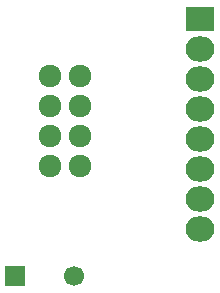
<source format=gts>
G04 #@! TF.FileFunction,Soldermask,Top*
%FSLAX46Y46*%
G04 Gerber Fmt 4.6, Leading zero omitted, Abs format (unit mm)*
G04 Created by KiCad (PCBNEW 4.0.2-stable) date Sunday, September 04, 2016 'PMt' 11:12:12 PM*
%MOMM*%
G01*
G04 APERTURE LIST*
%ADD10C,0.100000*%
%ADD11R,2.432000X2.127200*%
%ADD12O,2.432000X2.127200*%
%ADD13C,1.924000*%
%ADD14R,1.700000X1.700000*%
%ADD15C,1.700000*%
G04 APERTURE END LIST*
D10*
D11*
X154858333Y-114175000D03*
D12*
X154858333Y-116715000D03*
X154858333Y-119255000D03*
X154858333Y-121795000D03*
X154858333Y-124335000D03*
X154858333Y-126875000D03*
X154858333Y-129415000D03*
X154858333Y-131955000D03*
D13*
X144640000Y-126610000D03*
X144640000Y-124070000D03*
X144640000Y-121530000D03*
X144640000Y-118990000D03*
X142100000Y-118990000D03*
X142100000Y-121530000D03*
X142100000Y-124070000D03*
X142100000Y-126610000D03*
D14*
X139192000Y-135890000D03*
D15*
X144192000Y-135890000D03*
M02*

</source>
